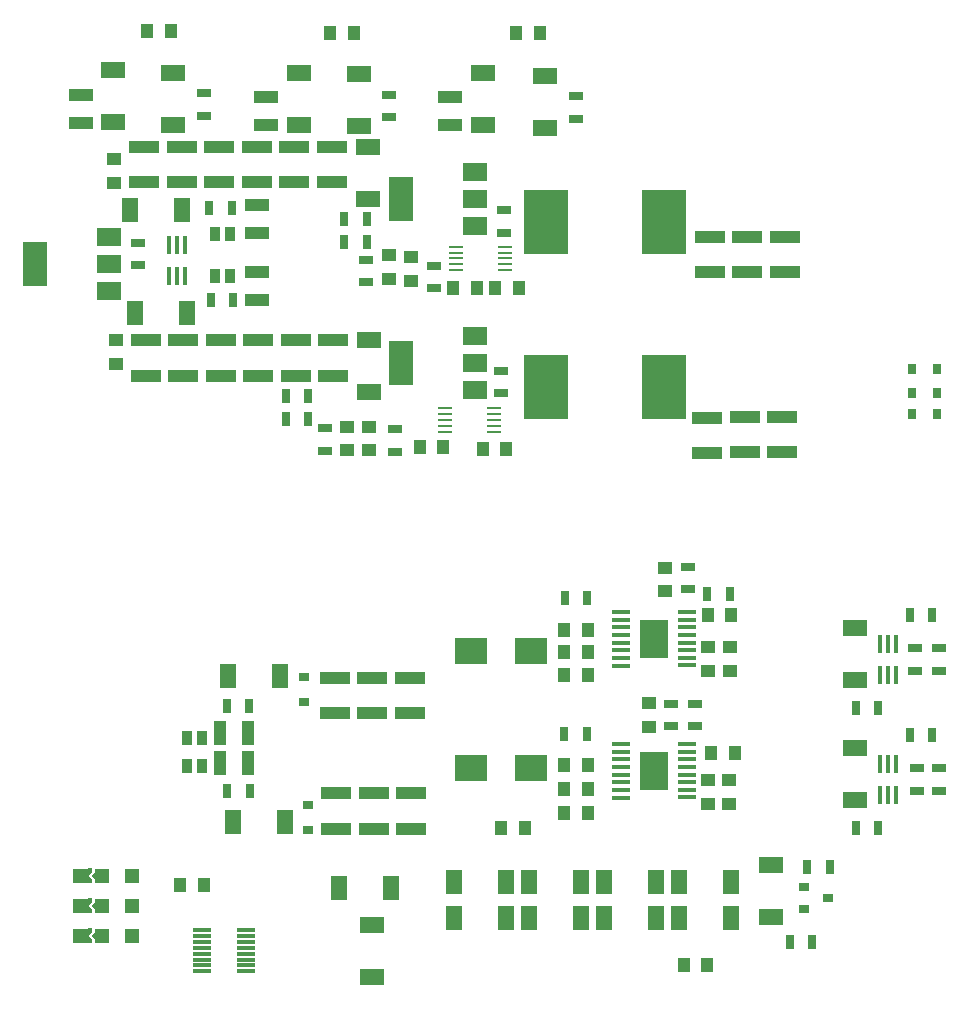
<source format=gbp>
G04 #@! TF.FileFunction,Paste,Bot*
%FSLAX46Y46*%
G04 Gerber Fmt 4.6, Leading zero omitted, Abs format (unit mm)*
G04 Created by KiCad (PCBNEW 4.0.6) date 12/07/17 21:07:41*
%MOMM*%
%LPD*%
G01*
G04 APERTURE LIST*
%ADD10C,0.100000*%
%ADD11R,2.000000X3.800000*%
%ADD12R,2.000000X1.500000*%
%ADD13R,1.000000X1.250000*%
%ADD14R,1.300000X0.700000*%
%ADD15R,0.317500X0.317500*%
%ADD16R,1.270000X1.270000*%
%ADD17R,0.400000X1.500000*%
%ADD18R,3.850000X5.500000*%
%ADD19R,2.700000X2.200000*%
%ADD20R,1.500000X0.308000*%
%ADD21R,1.500000X0.450000*%
%ADD22R,2.410000X3.290000*%
%ADD23R,1.200000X0.270000*%
%ADD24R,2.500000X1.000000*%
%ADD25R,1.250000X1.000000*%
%ADD26R,0.700000X1.300000*%
%ADD27R,1.400000X2.100000*%
%ADD28R,0.900000X0.800000*%
%ADD29R,0.800000X0.900000*%
%ADD30R,2.100000X1.400000*%
%ADD31R,2.030000X1.140000*%
%ADD32R,1.140000X2.030000*%
%ADD33R,0.970000X1.270000*%
G04 APERTURE END LIST*
D10*
D11*
X95148000Y-81534000D03*
D12*
X101448000Y-81534000D03*
X101448000Y-83834000D03*
X101448000Y-79234000D03*
D11*
X126136000Y-76073000D03*
D12*
X132436000Y-76073000D03*
X132436000Y-78373000D03*
X132436000Y-73773000D03*
D11*
X126136000Y-89916000D03*
D12*
X132436000Y-89916000D03*
X132436000Y-92216000D03*
X132436000Y-87616000D03*
D13*
X130572000Y-83566000D03*
X132572000Y-83566000D03*
D14*
X150418800Y-107203200D03*
X150418800Y-109103200D03*
D15*
X99791520Y-132872480D03*
D16*
X98996500Y-133350000D03*
D10*
G36*
X100203000Y-133667451D02*
X99885549Y-133350000D01*
X100203000Y-133032549D01*
X100520451Y-133350000D01*
X100203000Y-133667451D01*
X100203000Y-133667451D01*
G37*
D16*
X103378000Y-133350000D03*
X100838000Y-133350000D03*
D10*
G36*
X99631500Y-133984951D02*
X99314049Y-133667500D01*
X99631500Y-133350049D01*
X99948951Y-133667500D01*
X99631500Y-133984951D01*
X99631500Y-133984951D01*
G37*
G36*
X99631500Y-133349951D02*
X99314049Y-133032500D01*
X99631500Y-132715049D01*
X99948951Y-133032500D01*
X99631500Y-133349951D01*
X99631500Y-133349951D01*
G37*
D15*
X99791520Y-133827520D03*
X99791520Y-135412480D03*
D16*
X98996500Y-135890000D03*
D10*
G36*
X100203000Y-136207451D02*
X99885549Y-135890000D01*
X100203000Y-135572549D01*
X100520451Y-135890000D01*
X100203000Y-136207451D01*
X100203000Y-136207451D01*
G37*
D16*
X103378000Y-135890000D03*
X100838000Y-135890000D03*
D10*
G36*
X99631500Y-136524951D02*
X99314049Y-136207500D01*
X99631500Y-135890049D01*
X99948951Y-136207500D01*
X99631500Y-136524951D01*
X99631500Y-136524951D01*
G37*
G36*
X99631500Y-135889951D02*
X99314049Y-135572500D01*
X99631500Y-135255049D01*
X99948951Y-135572500D01*
X99631500Y-135889951D01*
X99631500Y-135889951D01*
G37*
D15*
X99791520Y-136367520D03*
X99791520Y-137952480D03*
D16*
X98996500Y-138430000D03*
D10*
G36*
X100203000Y-138747451D02*
X99885549Y-138430000D01*
X100203000Y-138112549D01*
X100520451Y-138430000D01*
X100203000Y-138747451D01*
X100203000Y-138747451D01*
G37*
D16*
X103378000Y-138430000D03*
X100838000Y-138430000D03*
D10*
G36*
X99631500Y-139064951D02*
X99314049Y-138747500D01*
X99631500Y-138430049D01*
X99948951Y-138747500D01*
X99631500Y-139064951D01*
X99631500Y-139064951D01*
G37*
G36*
X99631500Y-138429951D02*
X99314049Y-138112500D01*
X99631500Y-137795049D01*
X99948951Y-138112500D01*
X99631500Y-138429951D01*
X99631500Y-138429951D01*
G37*
D15*
X99791520Y-138907520D03*
D17*
X168036000Y-126552000D03*
X167386000Y-126552000D03*
X166736000Y-126552000D03*
X166736000Y-123892000D03*
X167386000Y-123892000D03*
X168036000Y-123892000D03*
X168036000Y-116392000D03*
X167386000Y-116392000D03*
X166736000Y-116392000D03*
X166736000Y-113732000D03*
X167386000Y-113732000D03*
X168036000Y-113732000D03*
D18*
X148383000Y-91948000D03*
X138383000Y-91948000D03*
X148446500Y-77978000D03*
X138446500Y-77978000D03*
D19*
X137170000Y-114300000D03*
X132070000Y-114300000D03*
X137170000Y-124206000D03*
X132070000Y-124206000D03*
D20*
X112980000Y-137950000D03*
X112980000Y-138450000D03*
X112980000Y-138950000D03*
X112980000Y-139450000D03*
X112980000Y-139950000D03*
X112980000Y-140450000D03*
X112980000Y-140950000D03*
X112980000Y-141450000D03*
X109270000Y-141450000D03*
X109270000Y-140950000D03*
X109270000Y-140450000D03*
X109270000Y-139950000D03*
X109270000Y-139450000D03*
X109270000Y-138950000D03*
X109270000Y-138450000D03*
X109270000Y-137950000D03*
D21*
X144774920Y-124785120D03*
X144774920Y-124134880D03*
X144774920Y-123484640D03*
X144774920Y-122834400D03*
X150368000Y-126725680D03*
X144774920Y-126735840D03*
X144774920Y-126085600D03*
X144774920Y-125435360D03*
X150373080Y-122184160D03*
X150373080Y-122834400D03*
X150373080Y-123484640D03*
X150373080Y-124134880D03*
X150373080Y-124785120D03*
X150373080Y-125435360D03*
X144774920Y-122184160D03*
X150368000Y-126085600D03*
D22*
X147574000Y-124460000D03*
D21*
X144774920Y-113609120D03*
X144774920Y-112958880D03*
X144774920Y-112308640D03*
X144774920Y-111658400D03*
X150368000Y-115549680D03*
X144774920Y-115559840D03*
X144774920Y-114909600D03*
X144774920Y-114259360D03*
X150373080Y-111008160D03*
X150373080Y-111658400D03*
X150373080Y-112308640D03*
X150373080Y-112958880D03*
X150373080Y-113609120D03*
X150373080Y-114259360D03*
X144774920Y-111008160D03*
X150368000Y-114909600D03*
D22*
X147574000Y-113284000D03*
D23*
X129839500Y-93742000D03*
X129839500Y-94242000D03*
X129839500Y-94742000D03*
X129839500Y-95242000D03*
X129839500Y-95742000D03*
X133989500Y-93742000D03*
X133989500Y-94242000D03*
X133989500Y-94742000D03*
X133989500Y-95242000D03*
X133989500Y-95742000D03*
X130792000Y-80089500D03*
X130792000Y-80589500D03*
X130792000Y-81089500D03*
X130792000Y-81589500D03*
X130792000Y-82089500D03*
X134942000Y-80089500D03*
X134942000Y-80589500D03*
X134942000Y-81089500D03*
X134942000Y-81589500D03*
X134942000Y-82089500D03*
D24*
X126873000Y-116610000D03*
X126873000Y-119610000D03*
X123698000Y-116610000D03*
X123698000Y-119610000D03*
X120523000Y-116610000D03*
X120523000Y-119610000D03*
X120650000Y-129389000D03*
X120650000Y-126389000D03*
X123825000Y-129389000D03*
X123825000Y-126389000D03*
X127000000Y-129389000D03*
X127000000Y-126389000D03*
X104521000Y-88035000D03*
X104521000Y-91035000D03*
X110871000Y-88035000D03*
X110871000Y-91035000D03*
X117221000Y-88035000D03*
X117221000Y-91035000D03*
X107696000Y-88035000D03*
X107696000Y-91035000D03*
X114046000Y-88035000D03*
X114046000Y-91035000D03*
X120396000Y-88035000D03*
X120396000Y-91035000D03*
X152082500Y-94575500D03*
X152082500Y-97575500D03*
X155257500Y-94512000D03*
X155257500Y-97512000D03*
X158369000Y-94512000D03*
X158369000Y-97512000D03*
X104394000Y-74652000D03*
X104394000Y-71652000D03*
X110744000Y-74652000D03*
X110744000Y-71652000D03*
X117094000Y-74652000D03*
X117094000Y-71652000D03*
X107569000Y-74652000D03*
X107569000Y-71652000D03*
X113919000Y-74652000D03*
X113919000Y-71652000D03*
X120269000Y-74652000D03*
X120269000Y-71652000D03*
X152273000Y-79272000D03*
X152273000Y-82272000D03*
X155448000Y-79272000D03*
X155448000Y-82272000D03*
X158623000Y-79272000D03*
X158623000Y-82272000D03*
D13*
X107458000Y-134112000D03*
X109458000Y-134112000D03*
X136128000Y-83566000D03*
X134128000Y-83566000D03*
D25*
X101854000Y-74660000D03*
X101854000Y-72660000D03*
X127000000Y-80991200D03*
X127000000Y-82991200D03*
X125120400Y-82788000D03*
X125120400Y-80788000D03*
D13*
X135048500Y-97218500D03*
X133048500Y-97218500D03*
D25*
X101981000Y-88027000D03*
X101981000Y-90027000D03*
D13*
X129714500Y-97028000D03*
X127714500Y-97028000D03*
D25*
X123444000Y-95329500D03*
X123444000Y-97329500D03*
X121602500Y-97329500D03*
X121602500Y-95329500D03*
X152146000Y-125238000D03*
X152146000Y-127238000D03*
X153924000Y-125238000D03*
X153924000Y-127238000D03*
D13*
X139970000Y-128016000D03*
X141970000Y-128016000D03*
D25*
X147129500Y-120761000D03*
X147129500Y-118761000D03*
D13*
X152416000Y-122936000D03*
X154416000Y-122936000D03*
X141970000Y-125984000D03*
X139970000Y-125984000D03*
X141970000Y-123952000D03*
X139970000Y-123952000D03*
D25*
X152146000Y-113998500D03*
X152146000Y-115998500D03*
X153987500Y-113998500D03*
X153987500Y-115998500D03*
D13*
X139970000Y-116332000D03*
X141970000Y-116332000D03*
D25*
X148488400Y-107254800D03*
X148488400Y-109254800D03*
D13*
X152098500Y-111315500D03*
X154098500Y-111315500D03*
X141970000Y-114427000D03*
X139970000Y-114427000D03*
X141970000Y-112522000D03*
X139970000Y-112522000D03*
X136636000Y-129286000D03*
X134636000Y-129286000D03*
X152091900Y-140944600D03*
X150091900Y-140944600D03*
X106664000Y-61849000D03*
X104664000Y-61849000D03*
X122158000Y-61976000D03*
X120158000Y-61976000D03*
X137906000Y-61976000D03*
X135906000Y-61976000D03*
D14*
X134874000Y-77028000D03*
X134874000Y-78928000D03*
D26*
X121325600Y-77749400D03*
X123225600Y-77749400D03*
D14*
X128930400Y-81701600D03*
X128930400Y-83601600D03*
X123215400Y-81219000D03*
X123215400Y-83119000D03*
D26*
X123238300Y-79667100D03*
X121338300Y-79667100D03*
D14*
X134620000Y-90617000D03*
X134620000Y-92517000D03*
D26*
X116398000Y-92710000D03*
X118298000Y-92710000D03*
D14*
X125666500Y-95570000D03*
X125666500Y-97470000D03*
X119722900Y-95468400D03*
X119722900Y-97368400D03*
D26*
X118285300Y-94665800D03*
X116385300Y-94665800D03*
X109921000Y-76835000D03*
X111821000Y-76835000D03*
X110048000Y-84582000D03*
X111948000Y-84582000D03*
D14*
X149034500Y-120711000D03*
X149034500Y-118811000D03*
X151066500Y-120711000D03*
X151066500Y-118811000D03*
D26*
X141856500Y-121348500D03*
X139956500Y-121348500D03*
X152085000Y-109474000D03*
X153985000Y-109474000D03*
X141920000Y-109829600D03*
X140020000Y-109829600D03*
X111445000Y-126174500D03*
X113345000Y-126174500D03*
X111381500Y-118999000D03*
X113281500Y-118999000D03*
D14*
X109474000Y-69022000D03*
X109474000Y-67122000D03*
X125095000Y-69149000D03*
X125095000Y-67249000D03*
X140970000Y-69276000D03*
X140970000Y-67376000D03*
X169799000Y-124272000D03*
X169799000Y-126172000D03*
X171704000Y-126172000D03*
X171704000Y-124272000D03*
X169672000Y-114112000D03*
X169672000Y-116012000D03*
X171704000Y-116012000D03*
X171704000Y-114112000D03*
D26*
X169230000Y-121412000D03*
X171130000Y-121412000D03*
X169230000Y-111252000D03*
X171130000Y-111252000D03*
X166558000Y-129286000D03*
X164658000Y-129286000D03*
X166558000Y-119126000D03*
X164658000Y-119126000D03*
X160970000Y-138938000D03*
X159070000Y-138938000D03*
X160543200Y-132588000D03*
X162443200Y-132588000D03*
D27*
X111909500Y-128778000D03*
X116309500Y-128778000D03*
X111528500Y-116459000D03*
X115928500Y-116459000D03*
D28*
X118237000Y-127347000D03*
X118237000Y-129447000D03*
X117919500Y-116552000D03*
X117919500Y-118652000D03*
D29*
X169384000Y-92456000D03*
X171484000Y-92456000D03*
X169384000Y-90424000D03*
X171484000Y-90424000D03*
X169384000Y-94234000D03*
X171484000Y-94234000D03*
D30*
X123317000Y-76025100D03*
X123317000Y-71625100D03*
X123474480Y-88018260D03*
X123474480Y-92418260D03*
D27*
X107610000Y-76962000D03*
X103210000Y-76962000D03*
X107991000Y-85725000D03*
X103591000Y-85725000D03*
X120863000Y-134429500D03*
X125263000Y-134429500D03*
D30*
X123698000Y-137500000D03*
X123698000Y-141900000D03*
D27*
X154092000Y-136906000D03*
X149692000Y-136906000D03*
X130642000Y-136906000D03*
X135042000Y-136906000D03*
X130642000Y-133858000D03*
X135042000Y-133858000D03*
X154092000Y-133858000D03*
X149692000Y-133858000D03*
X147742000Y-136906000D03*
X143342000Y-136906000D03*
X136992000Y-136906000D03*
X141392000Y-136906000D03*
X136992000Y-133858000D03*
X141392000Y-133858000D03*
X147742000Y-133858000D03*
X143342000Y-133858000D03*
D30*
X101727000Y-65110000D03*
X101727000Y-69510000D03*
X106807000Y-69764000D03*
X106807000Y-65364000D03*
X117475000Y-65364000D03*
X117475000Y-69764000D03*
X122555000Y-69891000D03*
X122555000Y-65491000D03*
X133096000Y-65364000D03*
X133096000Y-69764000D03*
X138303000Y-70018000D03*
X138303000Y-65618000D03*
X164592000Y-126914000D03*
X164592000Y-122514000D03*
X164592000Y-116754000D03*
X164592000Y-112354000D03*
X157480000Y-132420000D03*
X157480000Y-136820000D03*
D31*
X113919000Y-78924000D03*
X113919000Y-76524000D03*
X113919000Y-82239000D03*
X113919000Y-84639000D03*
D32*
X110814000Y-123825000D03*
X113214000Y-123825000D03*
X110814000Y-121285000D03*
X113214000Y-121285000D03*
D31*
X99060000Y-69653000D03*
X99060000Y-67253000D03*
X114681000Y-69780000D03*
X114681000Y-67380000D03*
X130302000Y-69780000D03*
X130302000Y-67380000D03*
D17*
X107838000Y-82610000D03*
X107188000Y-82610000D03*
X106538000Y-82610000D03*
X106538000Y-79950000D03*
X107188000Y-79950000D03*
X107838000Y-79950000D03*
D28*
X160290000Y-136200000D03*
X160290000Y-134300000D03*
X162290000Y-135250000D03*
D14*
X103875840Y-81661040D03*
X103875840Y-79761040D03*
D33*
X110358000Y-82550000D03*
X111638000Y-82550000D03*
X111638000Y-78994000D03*
X110358000Y-78994000D03*
X109301200Y-124053600D03*
X108021200Y-124053600D03*
X109301200Y-121666000D03*
X108021200Y-121666000D03*
M02*

</source>
